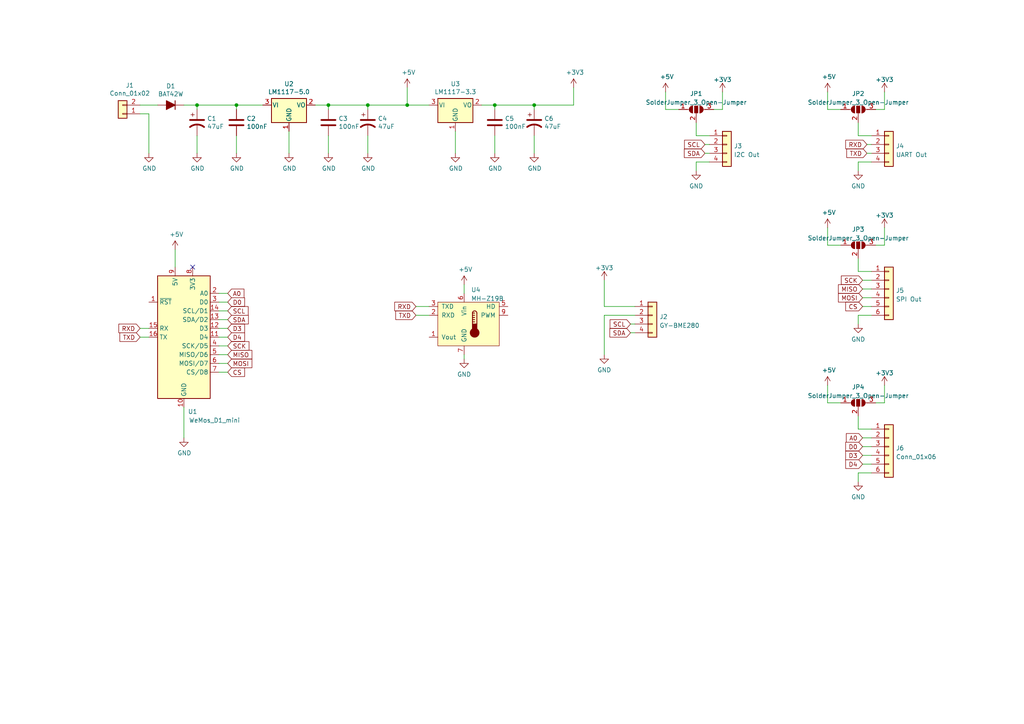
<source format=kicad_sch>
(kicad_sch (version 20211123) (generator eeschema)
  (paper "A4")
  (lib_symbols
    (symbol "Connector_Generic:Conn_01x02" (pin_names (offset 1.016) hide)
      (property "Reference" "J" (at 0 2.54 0))
      (property "Value" "Conn_01x02" (at 0 -5.08 0))
      (symbol "Conn_01x02_1_1"
        (rectangle (start -1.27 -2.413) (end 0 -2.667) (stroke (width 0.1524)))
        (rectangle (start -1.27 0.127) (end 0 -0.127) (stroke (width 0.1524)))
        (rectangle (start -1.27 1.27) (end 1.27 -3.81) (stroke (width 0.254)) (fill (type background)))
        (pin passive line (at -5.08 0 0) (length 3.81) (name "Pin_1") (number "1"))
        (pin passive line (at -5.08 -2.54 0) (length 3.81) (name "Pin_2") (number "2"))
      )
    )
    (symbol "Connector_Generic:Conn_01x04" (pin_names (offset 1.016) hide)
      (property "Reference" "J" (at 0 5.08 0))
      (property "Value" "Conn_01x04" (at 0 -7.62 0))
      (symbol "Conn_01x04_1_1"
        (rectangle (start -1.27 -4.953) (end 0 -5.207) (stroke (width 0.1524)))
        (rectangle (start -1.27 -2.413) (end 0 -2.667) (stroke (width 0.1524)))
        (rectangle (start -1.27 0.127) (end 0 -0.127) (stroke (width 0.1524)))
        (rectangle (start -1.27 2.667) (end 0 2.413) (stroke (width 0.1524)))
        (rectangle (start -1.27 3.81) (end 1.27 -6.35) (stroke (width 0.254)) (fill (type background)))
        (pin passive line (at -5.08 2.54 0) (length 3.81) (name "Pin_1") (number "1"))
        (pin passive line (at -5.08 0 0) (length 3.81) (name "Pin_2") (number "2"))
        (pin passive line (at -5.08 -2.54 0) (length 3.81) (name "Pin_3") (number "3"))
        (pin passive line (at -5.08 -5.08 0) (length 3.81) (name "Pin_4") (number "4"))
      )
    )
    (symbol "Connector_Generic:Conn_01x06" (pin_names (offset 1.016) hide)
      (property "Reference" "J" (at 0 7.62 0))
      (property "Value" "Conn_01x06" (at 0 -10.16 0))
      (symbol "Conn_01x06_1_1"
        (rectangle (start -1.27 -7.493) (end 0 -7.747) (stroke (width 0.1524)))
        (rectangle (start -1.27 -4.953) (end 0 -5.207) (stroke (width 0.1524)))
        (rectangle (start -1.27 -2.413) (end 0 -2.667) (stroke (width 0.1524)))
        (rectangle (start -1.27 0.127) (end 0 -0.127) (stroke (width 0.1524)))
        (rectangle (start -1.27 2.667) (end 0 2.413) (stroke (width 0.1524)))
        (rectangle (start -1.27 5.207) (end 0 4.953) (stroke (width 0.1524)))
        (rectangle (start -1.27 6.35) (end 1.27 -8.89) (stroke (width 0.254)) (fill (type background)))
        (pin passive line (at -5.08 5.08 0) (length 3.81) (name "Pin_1") (number "1"))
        (pin passive line (at -5.08 2.54 0) (length 3.81) (name "Pin_2") (number "2"))
        (pin passive line (at -5.08 0 0) (length 3.81) (name "Pin_3") (number "3"))
        (pin passive line (at -5.08 -2.54 0) (length 3.81) (name "Pin_4") (number "4"))
        (pin passive line (at -5.08 -5.08 0) (length 3.81) (name "Pin_5") (number "5"))
        (pin passive line (at -5.08 -7.62 0) (length 3.81) (name "Pin_6") (number "6"))
      )
    )
    (symbol "Device:C" (pin_numbers hide) (pin_names (offset 0.254))
      (property "Reference" "C" (at 0.635 2.54 0))
      (property "Value" "C" (at 0.635 -2.54 0))
      (symbol "C_0_1"
        (polyline (pts (xy -2.032 -0.762) (xy 2.032 -0.762)) (stroke (width 0.508)))
        (polyline (pts (xy -2.032 0.762) (xy 2.032 0.762)) (stroke (width 0.508)))
      )
      (symbol "C_1_1"
        (pin passive line (at 0 3.81 270) (length 2.794) (name "~") (number "1"))
        (pin passive line (at 0 -3.81 90) (length 2.794) (name "~") (number "2"))
      )
    )
    (symbol "MCU_Module:WeMos_D1_mini"
      (property "Reference" "U" (at 3.81 19.05 0))
      (property "Value" "WeMos_D1_mini" (at 1.27 -19.05 0))
      (symbol "WeMos_D1_mini_1_1"
        (rectangle (start -7.62 17.78) (end 7.62 -17.78) (stroke (width 0.254)) (fill (type background)))
        (pin input line (at -10.16 10.16 0) (length 2.54) (name "~{RST}") (number "1"))
        (pin power_in line (at 0 -20.32 90) (length 2.54) (name "GND") (number "10"))
        (pin bidirectional line (at 10.16 0 180) (length 2.54) (name "D4") (number "11"))
        (pin bidirectional line (at 10.16 2.54 180) (length 2.54) (name "D3") (number "12"))
        (pin bidirectional line (at 10.16 5.08 180) (length 2.54) (name "SDA/D2") (number "13"))
        (pin bidirectional line (at 10.16 7.62 180) (length 2.54) (name "SCL/D1") (number "14"))
        (pin input line (at -10.16 2.54 0) (length 2.54) (name "RX") (number "15"))
        (pin output line (at -10.16 0 0) (length 2.54) (name "TX") (number "16"))
        (pin input line (at 10.16 12.7 180) (length 2.54) (name "A0") (number "2"))
        (pin bidirectional line (at 10.16 10.16 180) (length 2.54) (name "D0") (number "3"))
        (pin bidirectional line (at 10.16 -2.54 180) (length 2.54) (name "SCK/D5") (number "4"))
        (pin bidirectional line (at 10.16 -5.08 180) (length 2.54) (name "MISO/D6") (number "5"))
        (pin bidirectional line (at 10.16 -7.62 180) (length 2.54) (name "MOSI/D7") (number "6"))
        (pin bidirectional line (at 10.16 -10.16 180) (length 2.54) (name "CS/D8") (number "7"))
        (pin power_out line (at 2.54 20.32 270) (length 2.54) (name "3V3") (number "8"))
        (pin power_in line (at -2.54 20.32 270) (length 2.54) (name "5V") (number "9"))
      )
    )
    (symbol "Regulator_Linear:LM1117-3.3" (pin_names (offset 0.254))
      (property "Reference" "U" (at -3.81 3.175 0))
      (property "Value" "LM1117-3.3" (at 0 3.175 0))
      (symbol "LM1117-3.3_0_1"
        (rectangle (start -5.08 -5.08) (end 5.08 1.905) (stroke (width 0.254)) (fill (type background)))
      )
      (symbol "LM1117-3.3_1_1"
        (pin power_in line (at 0 -7.62 90) (length 2.54) (name "GND") (number "1"))
        (pin power_out line (at 7.62 0 180) (length 2.54) (name "VO") (number "2"))
        (pin power_in line (at -7.62 0 0) (length 2.54) (name "VI") (number "3"))
      )
    )
    (symbol "Regulator_Linear:LM1117-5.0" (pin_names (offset 0.254))
      (property "Reference" "U" (at -3.81 3.175 0))
      (property "Value" "LM1117-5.0" (at 0 3.175 0))
      (symbol "LM1117-5.0_0_1"
        (rectangle (start -5.08 -5.08) (end 5.08 1.905) (stroke (width 0.254)) (fill (type background)))
      )
      (symbol "LM1117-5.0_1_1"
        (pin power_in line (at 0 -7.62 90) (length 2.54) (name "GND") (number "1"))
        (pin power_out line (at 7.62 0 180) (length 2.54) (name "VO") (number "2"))
        (pin power_in line (at -7.62 0 0) (length 2.54) (name "VI") (number "3"))
      )
    )
    (symbol "esp8266-homenode-rescue:CP1-Device" (pin_numbers hide) (pin_names (offset 0.254) hide)
      (property "Reference" "C" (at 0.635 2.54 0))
      (property "Value" "CP1-Device" (at 0.635 -2.54 0))
      (symbol "CP1-Device_0_1"
        (polyline (pts (xy -2.032 0.762) (xy 2.032 0.762)) (stroke (width 0.508)))
        (polyline (pts (xy -1.778 2.286) (xy -0.762 2.286)))
        (polyline (pts (xy -1.27 1.778) (xy -1.27 2.794)))
        (arc (start 2.032 -1.27) (mid 0 -0.5572) (end -2.032 -1.27) (stroke (width 0.508)))
      )
      (symbol "CP1-Device_1_1"
        (pin passive line (at 0 3.81 270) (length 2.794) (name "~") (number "1"))
        (pin passive line (at 0 -3.81 90) (length 3.302) (name "~") (number "2"))
      )
    )
    (symbol "esp8266-homenode-rescue:D_ALT-Device" (pin_numbers hide) (pin_names (offset 1.016) hide)
      (property "Reference" "D" (at 0 2.54 0))
      (property "Value" "D_ALT-Device" (at 0 -2.54 0))
      (symbol "D_ALT-Device_0_1"
        (polyline (pts (xy -1.27 1.27) (xy -1.27 -1.27)) (stroke (width 0.254)))
        (polyline (pts (xy 1.27 0) (xy -1.27 0)))
        (polyline (pts (xy 1.27 1.27) (xy 1.27 -1.27) (xy -1.27 0) (xy 1.27 1.27)) (stroke (width 0.254)) (fill (type outline)))
      )
      (symbol "D_ALT-Device_1_1"
        (pin passive line (at -3.81 0 0) (length 2.54) (name "K") (number "1"))
        (pin passive line (at 3.81 0 180) (length 2.54) (name "A") (number "2"))
      )
    )
    (symbol "esp8266-homenode-rescue:SolderJumper_3_Open-Jumper" (pin_names (offset 0) hide)
      (property "Reference" "JP" (at -2.54 -2.54 0))
      (property "Value" "SolderJumper_3_Open-Jumper" (at 0 2.794 0))
      (symbol "SolderJumper_3_Open-Jumper_0_1"
        (arc (start -1.016 1.016) (mid -2.032 0) (end -1.016 -1.016))
        (arc (start -1.016 1.016) (mid -2.032 0) (end -1.016 -1.016) (fill (type outline)))
        (rectangle (start -0.508 1.016) (end 0.508 -1.016) (fill (type outline)))
        (polyline (pts (xy -2.54 0) (xy -2.032 0)))
        (polyline (pts (xy -1.016 1.016) (xy -1.016 -1.016)))
        (polyline (pts (xy 0 -1.27) (xy 0 -1.016)))
        (polyline (pts (xy 1.016 1.016) (xy 1.016 -1.016)))
        (polyline (pts (xy 2.54 0) (xy 2.032 0)))
        (arc (start 1.016 -1.016) (mid 2.032 0) (end 1.016 1.016))
        (arc (start 1.016 -1.016) (mid 2.032 0) (end 1.016 1.016) (fill (type outline)))
      )
      (symbol "SolderJumper_3_Open-Jumper_1_1"
        (pin passive line (at -5.08 0 0) (length 2.54) (name "A") (number "1"))
        (pin input line (at 0 -3.81 90) (length 2.54) (name "C") (number "2"))
        (pin passive line (at 5.08 0 180) (length 2.54) (name "B") (number "3"))
      )
    )
    (symbol "mh_z19b:MH-Z19B" (pin_names (offset 1.016))
      (property "Reference" "U" (at -6.35 7.62 0))
      (property "Value" "MH-Z19B" (at 5.08 7.62 0))
      (symbol "MH-Z19B_0_1"
        (rectangle (start 10.16 -6.35) (end -7.62 6.35) (fill (type background)))
      )
      (symbol "MH-Z19B_1_1"
        (polyline (pts (xy 2.413 0.635) (xy 3.048 0.635)) (stroke (width 0.254)))
        (polyline (pts (xy 2.413 1.27) (xy 3.048 1.27)) (stroke (width 0.254)))
        (polyline (pts (xy 2.413 1.905) (xy 3.048 1.905)) (stroke (width 0.254)))
        (polyline (pts (xy 2.413 2.54) (xy 3.048 2.54)) (stroke (width 0.254)))
        (polyline (pts (xy 2.413 3.175) (xy 2.413 0)) (stroke (width 0.254)))
        (polyline (pts (xy 2.413 3.175) (xy 3.048 3.175)) (stroke (width 0.254)))
        (polyline (pts (xy 3.683 3.175) (xy 3.683 0)) (stroke (width 0.254)))
        (circle (center 3.048 -2.54) (radius 1.27) (stroke (width 0.254)) (fill (type outline)))
        (rectangle (start 3.683 -1.905) (end 2.413 0) (stroke (width 0.254)) (fill (type outline)))
        (arc (start 3.683 3.175) (mid 3.048 3.81) (end 2.413 3.175) (stroke (width 0.254)))
        (pin power_out line (at -10.16 -3.81 0) (length 2.54) (name "Vout") (number "1"))
        (pin input line (at -10.16 2.54 0) (length 2.54) (name "RXD") (number "2"))
        (pin output line (at -10.16 5.08 0) (length 2.54) (name "TXD") (number "3"))
        (pin passive line (at 12.7 -3.81 180) (length 2.54) hide (name "SR") (number "4"))
        (pin passive line (at 12.7 5.08 180) (length 2.54) (name "HD") (number "5"))
        (pin power_in line (at 0 8.89 270) (length 2.54) (name "Vin") (number "6"))
        (pin passive line (at 0 -8.89 90) (length 2.54) (name "GND") (number "7"))
        (pin passive line (at 12.7 -1.27 180) (length 2.54) hide (name "A0T") (number "8"))
        (pin passive line (at 12.7 2.54 180) (length 2.54) (name "PWM") (number "9"))
      )
    )
    (symbol "power:+3.3V" (power) (pin_names (offset 0))
      (property "Value" "+3.3V" (at 0 3.556 0))
      (symbol "+3.3V_0_1"
        (polyline (pts (xy -0.762 1.27) (xy 0 2.54)))
        (polyline (pts (xy 0 0) (xy 0 2.54)))
        (polyline (pts (xy 0 2.54) (xy 0.762 1.27)))
      )
      (symbol "+3.3V_1_1"
        (pin power_in line (at 0 0 90) (length 0) hide (name "+3V3") (number "1"))
      )
    )
    (symbol "power:+5V" (power) (pin_names (offset 0))
      (property "Value" "+5V" (at 0 3.556 0))
      (symbol "+5V_0_1"
        (polyline (pts (xy -0.762 1.27) (xy 0 2.54)))
        (polyline (pts (xy 0 0) (xy 0 2.54)))
        (polyline (pts (xy 0 2.54) (xy 0.762 1.27)))
      )
      (symbol "+5V_1_1"
        (pin power_in line (at 0 0 90) (length 0) hide (name "+5V") (number "1"))
      )
    )
    (symbol "power:GND" (power) (pin_names (offset 0))
      (property "Value" "GND" (at 0 -3.81 0))
      (symbol "GND_0_1"
        (polyline (pts (xy 0 0) (xy 0 -1.27) (xy 1.27 -1.27) (xy 0 -2.54) (xy -1.27 -1.27) (xy 0 -1.27)))
      )
      (symbol "GND_1_1"
        (pin power_in line (at 0 0 270) (length 0) hide (name "GND") (number "1"))
      )
    )
  )
  (junction (at 95.25 30.48))
  (junction (at 57.15 30.48))
  (junction (at 143.51 30.48))
  (junction (at 68.58 30.48))
  (junction (at 154.94 30.48))
  (junction (at 106.68 30.48))
  (junction (at 118.11 30.48))
  (no_connect (at 55.88 77.47))
  (wire (pts (xy 57.15 31.75) (xy 57.15 30.48)))
  (wire (pts (xy 83.82 38.1) (xy 83.82 44.45)))
  (wire (pts (xy 118.11 30.48) (xy 118.11 25.4)))
  (wire (pts (xy 106.68 31.75) (xy 106.68 30.48)))
  (wire (pts (xy 175.26 91.44) (xy 175.26 102.87)))
  (wire (pts (xy 248.92 91.44) (xy 252.73 91.44)))
  (wire (pts (xy 63.5 107.95) (xy 66.04 107.95)))
  (wire (pts (xy 63.5 95.25) (xy 66.04 95.25)))
  (wire (pts (xy 248.92 46.99) (xy 252.73 46.99)))
  (wire (pts (xy 250.19 132.08) (xy 252.73 132.08)))
  (wire (pts (xy 254 31.75) (xy 256.54 31.75)))
  (wire (pts (xy 68.58 31.75) (xy 68.58 30.48)))
  (wire (pts (xy 193.04 26.67) (xy 193.04 31.75)))
  (wire (pts (xy 68.58 39.37) (xy 68.58 44.45)))
  (wire (pts (xy 204.47 44.45) (xy 205.74 44.45)))
  (wire (pts (xy 57.15 39.37) (xy 57.15 44.45)))
  (wire (pts (xy 254 116.84) (xy 256.54 116.84)))
  (wire (pts (xy 139.7 30.48) (xy 143.51 30.48)))
  (wire (pts (xy 57.15 30.48) (xy 68.58 30.48)))
  (wire (pts (xy 248.92 120.65) (xy 248.92 124.46)))
  (wire (pts (xy 132.08 38.1) (xy 132.08 44.45)))
  (wire (pts (xy 184.15 91.44) (xy 175.26 91.44)))
  (wire (pts (xy 120.65 88.9) (xy 124.46 88.9)))
  (wire (pts (xy 243.84 71.12) (xy 240.03 71.12)))
  (wire (pts (xy 63.5 87.63) (xy 66.04 87.63)))
  (wire (pts (xy 250.19 134.62) (xy 252.73 134.62)))
  (wire (pts (xy 250.19 81.28) (xy 252.73 81.28)))
  (wire (pts (xy 143.51 39.37) (xy 143.51 44.45)))
  (wire (pts (xy 243.84 31.75) (xy 240.03 31.75)))
  (wire (pts (xy 256.54 71.12) (xy 256.54 66.04)))
  (wire (pts (xy 248.92 35.56) (xy 248.92 39.37)))
  (wire (pts (xy 251.46 44.45) (xy 252.73 44.45)))
  (wire (pts (xy 63.5 100.33) (xy 66.04 100.33)))
  (wire (pts (xy 53.34 118.11) (xy 53.34 127)))
  (wire (pts (xy 248.92 74.93) (xy 248.92 78.74)))
  (wire (pts (xy 166.37 30.48) (xy 166.37 25.4)))
  (wire (pts (xy 106.68 30.48) (xy 118.11 30.48)))
  (wire (pts (xy 154.94 31.75) (xy 154.94 30.48)))
  (wire (pts (xy 250.19 86.36) (xy 252.73 86.36)))
  (wire (pts (xy 43.18 33.02) (xy 43.18 44.45)))
  (wire (pts (xy 248.92 93.98) (xy 248.92 91.44)))
  (wire (pts (xy 40.64 97.79) (xy 43.18 97.79)))
  (wire (pts (xy 118.11 30.48) (xy 124.46 30.48)))
  (wire (pts (xy 248.92 139.7) (xy 248.92 137.16)))
  (wire (pts (xy 40.64 33.02) (xy 43.18 33.02)))
  (wire (pts (xy 63.5 92.71) (xy 66.04 92.71)))
  (wire (pts (xy 250.19 88.9) (xy 252.73 88.9)))
  (wire (pts (xy 251.46 41.91) (xy 252.73 41.91)))
  (wire (pts (xy 254 71.12) (xy 256.54 71.12)))
  (wire (pts (xy 250.19 83.82) (xy 252.73 83.82)))
  (wire (pts (xy 182.88 96.52) (xy 184.15 96.52)))
  (wire (pts (xy 40.64 95.25) (xy 43.18 95.25)))
  (wire (pts (xy 63.5 85.09) (xy 66.04 85.09)))
  (wire (pts (xy 134.62 82.55) (xy 134.62 85.09)))
  (wire (pts (xy 248.92 137.16) (xy 252.73 137.16)))
  (wire (pts (xy 143.51 31.75) (xy 143.51 30.48)))
  (wire (pts (xy 201.93 49.53) (xy 201.93 46.99)))
  (wire (pts (xy 201.93 35.56) (xy 201.93 39.37)))
  (wire (pts (xy 209.55 31.75) (xy 209.55 26.67)))
  (wire (pts (xy 252.73 78.74) (xy 248.92 78.74)))
  (wire (pts (xy 175.26 81.28) (xy 175.26 88.9)))
  (wire (pts (xy 154.94 30.48) (xy 166.37 30.48)))
  (wire (pts (xy 106.68 39.37) (xy 106.68 44.45)))
  (wire (pts (xy 205.74 39.37) (xy 201.93 39.37)))
  (wire (pts (xy 40.64 30.48) (xy 45.72 30.48)))
  (wire (pts (xy 53.34 30.48) (xy 57.15 30.48)))
  (wire (pts (xy 240.03 66.04) (xy 240.03 71.12)))
  (wire (pts (xy 50.8 77.47) (xy 50.8 72.39)))
  (wire (pts (xy 250.19 129.54) (xy 252.73 129.54)))
  (wire (pts (xy 248.92 49.53) (xy 248.92 46.99)))
  (wire (pts (xy 154.94 39.37) (xy 154.94 44.45)))
  (wire (pts (xy 201.93 46.99) (xy 205.74 46.99)))
  (wire (pts (xy 250.19 127) (xy 252.73 127)))
  (wire (pts (xy 95.25 39.37) (xy 95.25 44.45)))
  (wire (pts (xy 120.65 91.44) (xy 124.46 91.44)))
  (wire (pts (xy 134.62 102.87) (xy 134.62 104.14)))
  (wire (pts (xy 196.85 31.75) (xy 193.04 31.75)))
  (wire (pts (xy 91.44 30.48) (xy 95.25 30.48)))
  (wire (pts (xy 143.51 30.48) (xy 154.94 30.48)))
  (wire (pts (xy 207.01 31.75) (xy 209.55 31.75)))
  (wire (pts (xy 63.5 90.17) (xy 66.04 90.17)))
  (wire (pts (xy 63.5 105.41) (xy 66.04 105.41)))
  (wire (pts (xy 63.5 102.87) (xy 66.04 102.87)))
  (wire (pts (xy 243.84 116.84) (xy 240.03 116.84)))
  (wire (pts (xy 182.88 93.98) (xy 184.15 93.98)))
  (wire (pts (xy 240.03 26.67) (xy 240.03 31.75)))
  (wire (pts (xy 95.25 30.48) (xy 106.68 30.48)))
  (wire (pts (xy 256.54 116.84) (xy 256.54 111.76)))
  (wire (pts (xy 63.5 97.79) (xy 66.04 97.79)))
  (wire (pts (xy 68.58 30.48) (xy 76.2 30.48)))
  (wire (pts (xy 240.03 111.76) (xy 240.03 116.84)))
  (wire (pts (xy 256.54 31.75) (xy 256.54 26.67)))
  (wire (pts (xy 204.47 41.91) (xy 205.74 41.91)))
  (wire (pts (xy 184.15 88.9) (xy 175.26 88.9)))
  (wire (pts (xy 95.25 31.75) (xy 95.25 30.48)))
  (wire (pts (xy 252.73 39.37) (xy 248.92 39.37)))
  (wire (pts (xy 252.73 124.46) (xy 248.92 124.46)))
  (global_label "D0" (shape input) (at 66.04 87.63 0) (property "Intersheet References" "${INTERSHEET_REFS}" (effects hide)))
  (global_label "MISO" (shape input) (at 250.19 83.82 180) (property "Intersheet References" "${INTERSHEET_REFS}" (effects hide)))
  (global_label "D4" (shape input) (at 66.04 97.79 0) (property "Intersheet References" "${INTERSHEET_REFS}" (effects hide)))
  (global_label "D0" (shape input) (at 250.19 129.54 180) (property "Intersheet References" "${INTERSHEET_REFS}" (effects hide)))
  (global_label "SDA" (shape input) (at 66.04 92.71 0) (property "Intersheet References" "${INTERSHEET_REFS}" (effects hide)))
  (global_label "D3" (shape input) (at 66.04 95.25 0) (property "Intersheet References" "${INTERSHEET_REFS}" (effects hide)))
  (global_label "D3" (shape input) (at 250.19 132.08 180) (property "Intersheet References" "${INTERSHEET_REFS}" (effects hide)))
  (global_label "MOSI" (shape input) (at 250.19 86.36 180) (property "Intersheet References" "${INTERSHEET_REFS}" (effects hide)))
  (global_label "A0" (shape input) (at 66.04 85.09 0) (property "Intersheet References" "${INTERSHEET_REFS}" (effects hide)))
  (global_label "SCL" (shape input) (at 182.88 93.98 180) (property "Intersheet References" "${INTERSHEET_REFS}" (effects hide)))
  (global_label "SCL" (shape input) (at 204.47 41.91 180) (property "Intersheet References" "${INTERSHEET_REFS}" (effects hide)))
  (global_label "CS" (shape input) (at 66.04 107.95 0) (property "Intersheet References" "${INTERSHEET_REFS}" (effects hide)))
  (global_label "SDA" (shape input) (at 182.88 96.52 180) (property "Intersheet References" "${INTERSHEET_REFS}" (effects hide)))
  (global_label "RXD" (shape input) (at 120.65 88.9 180) (property "Intersheet References" "${INTERSHEET_REFS}" (effects hide)))
  (global_label "TXD" (shape input) (at 120.65 91.44 180) (property "Intersheet References" "${INTERSHEET_REFS}" (effects hide)))
  (global_label "D4" (shape input) (at 250.19 134.62 180) (property "Intersheet References" "${INTERSHEET_REFS}" (effects hide)))
  (global_label "A0" (shape input) (at 250.19 127 180) (property "Intersheet References" "${INTERSHEET_REFS}" (effects hide)))
  (global_label "MOSI" (shape input) (at 66.04 105.41 0) (property "Intersheet References" "${INTERSHEET_REFS}" (effects hide)))
  (global_label "RXD" (shape input) (at 40.64 95.25 180) (property "Intersheet References" "${INTERSHEET_REFS}" (effects hide)))
  (global_label "SCK" (shape input) (at 250.19 81.28 180) (property "Intersheet References" "${INTERSHEET_REFS}" (effects hide)))
  (global_label "CS" (shape input) (at 250.19 88.9 180) (property "Intersheet References" "${INTERSHEET_REFS}" (effects hide)))
  (global_label "RXD" (shape input) (at 251.46 41.91 180) (property "Intersheet References" "${INTERSHEET_REFS}" (effects hide)))
  (global_label "TXD" (shape input) (at 40.64 97.79 180) (property "Intersheet References" "${INTERSHEET_REFS}" (effects hide)))
  (global_label "SCL" (shape input) (at 66.04 90.17 0) (property "Intersheet References" "${INTERSHEET_REFS}" (effects hide)))
  (global_label "TXD" (shape input) (at 251.46 44.45 180) (property "Intersheet References" "${INTERSHEET_REFS}" (effects hide)))
  (global_label "SDA" (shape input) (at 204.47 44.45 180) (property "Intersheet References" "${INTERSHEET_REFS}" (effects hide)))
  (global_label "SCK" (shape input) (at 66.04 100.33 0) (property "Intersheet References" "${INTERSHEET_REFS}" (effects hide)))
  (global_label "MISO" (shape input) (at 66.04 102.87 0) (property "Intersheet References" "${INTERSHEET_REFS}" (effects hide)))
  (symbol (lib_id "MCU_Module:WeMos_D1_mini") (at 53.34 97.79 0) (unit 1)
    (property "Reference" "U1" (at 55.88 119.38 0))
    (property "Value" "WeMos_D1_mini" (at 62.23 121.92 0))
    (property "Footprint" "Module:WEMOS_D1_mini_light" (effects hide))
    (property "Datasheet" "https://wiki.wemos.cc/products:d1:d1_mini#documentation" (effects hide))
  )
  (symbol (lib_id "power:GND") (at 53.34 127 0) (unit 1)
    (property "Reference" "#PWR03" (effects hide))
    (property "Value" "GND" (at 53.467 131.3942 0))
  )
  (symbol (lib_id "esp8266-homenode-rescue:D_ALT-Device") (at 49.53 30.48 180) (unit 1)
    (property "Reference" "D1" (at 49.53 24.9682 0))
    (property "Value" "BAT42W" (at 49.53 27.2796 0))
    (property "Footprint" "Diode_SMD:D_SOD-123" (effects hide))
  )
  (symbol (lib_id "power:GND") (at 43.18 44.45 0) (unit 1)
    (property "Reference" "#PWR01" (effects hide))
    (property "Value" "GND" (at 43.307 48.8442 0))
  )
  (symbol (lib_id "Regulator_Linear:LM1117-5.0") (at 83.82 30.48 0) (unit 1)
    (property "Reference" "U2" (at 83.82 24.3332 0))
    (property "Value" "LM1117-5.0" (at 83.82 26.6446 0))
    (property "Footprint" "Package_TO_SOT_SMD:SOT-223-3_TabPin2" (effects hide))
    (property "Datasheet" "http://www.ti.com/lit/ds/symlink/lm1117.pdf" (effects hide))
  )
  (symbol (lib_id "esp8266-homenode-rescue:CP1-Device") (at 57.15 35.56 0) (unit 1)
    (property "Reference" "C1" (at 60.071 34.3916 0) (effects (justify left)))
    (property "Value" "47uF" (at 60.071 36.703 0) (effects (justify left)))
    (property "Footprint" "Capacitor_SMD:CP_Elec_4x5.4" (effects hide))
  )
  (symbol (lib_id "Device:C") (at 68.58 35.56 0) (unit 1)
    (property "Reference" "C2" (at 71.501 34.3916 0) (effects (justify left)))
    (property "Value" "100nF" (at 71.501 36.703 0) (effects (justify left)))
    (property "Footprint" "Capacitor_SMD:C_0603_1608Metric" (effects hide))
  )
  (symbol (lib_id "Device:C") (at 95.25 35.56 0) (unit 1)
    (property "Reference" "C3" (at 98.171 34.3916 0) (effects (justify left)))
    (property "Value" "100nF" (at 98.171 36.703 0) (effects (justify left)))
    (property "Footprint" "Capacitor_SMD:C_0603_1608Metric" (effects hide))
  )
  (symbol (lib_id "esp8266-homenode-rescue:CP1-Device") (at 106.68 35.56 0) (unit 1)
    (property "Reference" "C4" (at 109.601 34.3916 0) (effects (justify left)))
    (property "Value" "47uF" (at 109.601 36.703 0) (effects (justify left)))
    (property "Footprint" "Capacitor_SMD:CP_Elec_4x5.4" (effects hide))
  )
  (symbol (lib_id "power:GND") (at 57.15 44.45 0) (unit 1)
    (property "Reference" "#PWR04" (effects hide))
    (property "Value" "GND" (at 57.277 48.8442 0))
  )
  (symbol (lib_id "power:GND") (at 68.58 44.45 0) (unit 1)
    (property "Reference" "#PWR05" (effects hide))
    (property "Value" "GND" (at 68.707 48.8442 0))
  )
  (symbol (lib_id "power:GND") (at 83.82 44.45 0) (unit 1)
    (property "Reference" "#PWR06" (effects hide))
    (property "Value" "GND" (at 83.947 48.8442 0))
  )
  (symbol (lib_id "power:GND") (at 95.25 44.45 0) (unit 1)
    (property "Reference" "#PWR07" (effects hide))
    (property "Value" "GND" (at 95.377 48.8442 0))
  )
  (symbol (lib_id "power:GND") (at 106.68 44.45 0) (unit 1)
    (property "Reference" "#PWR08" (effects hide))
    (property "Value" "GND" (at 106.807 48.8442 0))
  )
  (symbol (lib_id "power:+5V") (at 118.11 25.4 0) (unit 1)
    (property "Reference" "#PWR09" (effects hide))
    (property "Value" "+5V" (at 118.491 21.0058 0))
  )
  (symbol (lib_id "Connector_Generic:Conn_01x02") (at 35.56 33.02 180) (unit 1)
    (property "Reference" "J1" (at 37.6428 24.765 0))
    (property "Value" "Conn_01x02" (at 37.6428 27.0764 0))
    (property "Footprint" "TerminalBlock:TerminalBlock_bornier-2_P5.08mm" (effects hide))
  )
  (symbol (lib_id "power:+5V") (at 50.8 72.39 0) (unit 1)
    (property "Reference" "#PWR02" (effects hide))
    (property "Value" "+5V" (at 51.181 67.9958 0))
  )
  (symbol (lib_id "Regulator_Linear:LM1117-3.3") (at 132.08 30.48 0) (unit 1)
    (property "Reference" "U3" (at 132.08 24.3332 0))
    (property "Value" "LM1117-3.3" (at 132.08 26.6446 0))
    (property "Footprint" "Package_TO_SOT_SMD:SOT-223-3_TabPin2" (effects hide))
    (property "Datasheet" "http://www.ti.com/lit/ds/symlink/lm1117.pdf" (effects hide))
  )
  (symbol (lib_id "Device:C") (at 143.51 35.56 0) (unit 1)
    (property "Reference" "C5" (at 146.431 34.3916 0) (effects (justify left)))
    (property "Value" "100nF" (at 146.431 36.703 0) (effects (justify left)))
    (property "Footprint" "Capacitor_SMD:C_0603_1608Metric" (effects hide))
  )
  (symbol (lib_id "esp8266-homenode-rescue:CP1-Device") (at 154.94 35.56 0) (unit 1)
    (property "Reference" "C6" (at 157.861 34.3916 0) (effects (justify left)))
    (property "Value" "47uF" (at 157.861 36.703 0) (effects (justify left)))
    (property "Footprint" "Capacitor_SMD:CP_Elec_4x5.4" (effects hide))
  )
  (symbol (lib_id "power:GND") (at 143.51 44.45 0) (unit 1)
    (property "Reference" "#PWR013" (effects hide))
    (property "Value" "GND" (at 143.637 48.8442 0))
  )
  (symbol (lib_id "power:GND") (at 154.94 44.45 0) (unit 1)
    (property "Reference" "#PWR014" (effects hide))
    (property "Value" "GND" (at 155.067 48.8442 0))
  )
  (symbol (lib_id "power:GND") (at 132.08 44.45 0) (unit 1)
    (property "Reference" "#PWR010" (effects hide))
    (property "Value" "GND" (at 132.207 48.8442 0))
  )
  (symbol (lib_id "power:+3.3V") (at 166.37 25.4 0) (unit 1)
    (property "Reference" "#PWR015" (effects hide))
    (property "Value" "+3.3V" (at 166.751 21.0058 0))
  )
  (symbol (lib_id "power:GND") (at 248.92 93.98 0) (unit 1)
    (property "Reference" "#PWR025" (effects hide))
    (property "Value" "GND" (at 248.92 98.4234 0))
  )
  (symbol (lib_id "power:+3.3V") (at 175.26 81.28 0) (unit 1)
    (property "Reference" "#PWR016" (effects hide))
    (property "Value" "+3.3V" (at 175.26 77.7042 0))
  )
  (symbol (lib_id "Connector_Generic:Conn_01x04") (at 189.23 91.44 0) (unit 1)
    (property "Reference" "J2" (at 191.262 91.8753 0) (effects (justify left)))
    (property "Value" "GY-BME280" (at 191.262 94.4122 0) (effects (justify left)))
    (property "Footprint" "Connector_PinHeader_2.54mm:PinHeader_1x04_P2.54mm_Vertical" (effects hide))
  )
  (symbol (lib_id "Connector_Generic:Conn_01x06") (at 257.81 129.54 0) (unit 1)
    (property "Reference" "J6" (at 259.842 129.9753 0) (effects (justify left)))
    (property "Value" "Conn_01x06" (at 259.842 132.5122 0) (effects (justify left)))
    (property "Footprint" "Connector_PinHeader_2.54mm:PinHeader_1x06_P2.54mm_Vertical" (effects hide))
  )
  (symbol (lib_id "esp8266-homenode-rescue:SolderJumper_3_Open-Jumper") (at 248.92 31.75 0) (unit 1)
    (property "Reference" "JP2" (at 248.92 27.1612 0))
    (property "Value" "SolderJumper_3_Open-Jumper" (at 248.92 29.6981 0))
    (property "Footprint" "Jumper:SolderJumper-3_P1.3mm_Open_RoundedPad1.0x1.5mm" (effects hide))
  )
  (symbol (lib_id "Connector_Generic:Conn_01x06") (at 257.81 83.82 0) (unit 1)
    (property "Reference" "J5" (at 259.842 84.2553 0) (effects (justify left)))
    (property "Value" "SPI Out" (at 259.842 86.7922 0) (effects (justify left)))
    (property "Footprint" "Connector_PinHeader_2.54mm:PinHeader_1x06_P2.54mm_Vertical" (effects hide))
  )
  (symbol (lib_id "power:+3.3V") (at 256.54 26.67 0) (unit 1)
    (property "Reference" "#PWR027" (effects hide))
    (property "Value" "+3.3V" (at 256.54 23.0942 0))
  )
  (symbol (lib_id "Connector_Generic:Conn_01x04") (at 210.82 41.91 0) (unit 1)
    (property "Reference" "J3" (at 212.852 42.3453 0) (effects (justify left)))
    (property "Value" "I2C Out" (at 212.852 44.8822 0) (effects (justify left)))
    (property "Footprint" "Connector_PinHeader_2.54mm:PinHeader_1x04_P2.54mm_Vertical" (effects hide))
  )
  (symbol (lib_id "Connector_Generic:Conn_01x04") (at 257.81 41.91 0) (unit 1)
    (property "Reference" "J4" (at 259.842 42.3453 0) (effects (justify left)))
    (property "Value" "UART Out" (at 259.842 44.8822 0) (effects (justify left)))
    (property "Footprint" "Connector_PinHeader_2.54mm:PinHeader_1x04_P2.54mm_Vertical" (effects hide))
  )
  (symbol (lib_id "power:GND") (at 248.92 139.7 0) (unit 1)
    (property "Reference" "#PWR026" (effects hide))
    (property "Value" "GND" (at 248.92 144.1434 0))
  )
  (symbol (lib_id "power:+5V") (at 240.03 66.04 0) (unit 1)
    (property "Reference" "#PWR022" (effects hide))
    (property "Value" "+5V" (at 240.411 61.6458 0))
  )
  (symbol (lib_id "power:+3.3V") (at 209.55 26.67 0) (unit 1)
    (property "Reference" "#PWR020" (effects hide))
    (property "Value" "+3.3V" (at 209.55 23.0942 0))
  )
  (symbol (lib_id "power:GND") (at 134.62 104.14 0) (unit 1)
    (property "Reference" "#PWR012" (effects hide))
    (property "Value" "GND" (at 134.62 108.5834 0))
  )
  (symbol (lib_id "esp8266-homenode-rescue:SolderJumper_3_Open-Jumper") (at 248.92 71.12 0) (unit 1)
    (property "Reference" "JP3" (at 248.92 66.5312 0))
    (property "Value" "SolderJumper_3_Open-Jumper" (at 248.92 69.0681 0))
    (property "Footprint" "Jumper:SolderJumper-3_P1.3mm_Open_RoundedPad1.0x1.5mm" (effects hide))
  )
  (symbol (lib_id "esp8266-homenode-rescue:SolderJumper_3_Open-Jumper") (at 201.93 31.75 0) (unit 1)
    (property "Reference" "JP1" (at 201.93 27.1612 0))
    (property "Value" "SolderJumper_3_Open-Jumper" (at 201.93 29.6981 0))
    (property "Footprint" "Jumper:SolderJumper-3_P1.3mm_Open_RoundedPad1.0x1.5mm" (effects hide))
  )
  (symbol (lib_id "power:+5V") (at 240.03 111.76 0) (unit 1)
    (property "Reference" "#PWR023" (effects hide))
    (property "Value" "+5V" (at 240.411 107.3658 0))
  )
  (symbol (lib_id "power:+5V") (at 193.04 26.67 0) (unit 1)
    (property "Reference" "#PWR018" (effects hide))
    (property "Value" "+5V" (at 193.421 22.2758 0))
  )
  (symbol (lib_id "power:+3.3V") (at 256.54 111.76 0) (unit 1)
    (property "Reference" "#PWR029" (effects hide))
    (property "Value" "+3.3V" (at 256.54 108.1842 0))
  )
  (symbol (lib_id "esp8266-homenode-rescue:SolderJumper_3_Open-Jumper") (at 248.92 116.84 0) (unit 1)
    (property "Reference" "JP4" (at 248.92 112.2512 0))
    (property "Value" "SolderJumper_3_Open-Jumper" (at 248.92 114.7881 0))
    (property "Footprint" "Jumper:SolderJumper-3_P1.3mm_Open_RoundedPad1.0x1.5mm" (effects hide))
  )
  (symbol (lib_id "power:GND") (at 175.26 102.87 0) (unit 1)
    (property "Reference" "#PWR017" (effects hide))
    (property "Value" "GND" (at 175.26 107.3134 0))
  )
  (symbol (lib_id "power:GND") (at 248.92 49.53 0) (unit 1)
    (property "Reference" "#PWR024" (effects hide))
    (property "Value" "GND" (at 248.92 53.9734 0))
  )
  (symbol (lib_id "power:+5V") (at 240.03 26.67 0) (unit 1)
    (property "Reference" "#PWR021" (effects hide))
    (property "Value" "+5V" (at 240.411 22.2758 0))
  )
  (symbol (lib_id "power:GND") (at 201.93 49.53 0) (unit 1)
    (property "Reference" "#PWR019" (effects hide))
    (property "Value" "GND" (at 201.93 53.9734 0))
  )
  (symbol (lib_id "mh_z19b:MH-Z19B") (at 134.62 93.98 0) (unit 1)
    (property "Reference" "U4" (at 136.6394 84.0572 0) (effects (justify left)))
    (property "Value" "MH-Z19B" (at 136.6394 86.5941 0) (effects (justify left)))
    (property "Footprint" "mh-z19b:Winsen_MH-Z19B" (effects hide))
    (property "Datasheet" "https://www.winsen-sensor.com/d/files/MH-Z19B.pdf" (effects hide))
  )
  (symbol (lib_id "power:+5V") (at 134.62 82.55 0) (unit 1)
    (property "Reference" "#PWR011" (effects hide))
    (property "Value" "+5V" (at 135.001 78.1558 0))
  )
  (symbol (lib_id "power:+3.3V") (at 256.54 66.04 0) (unit 1)
    (property "Reference" "#PWR028" (effects hide))
    (property "Value" "+3.3V" (at 256.54 62.4642 0))
  )
)
</source>
